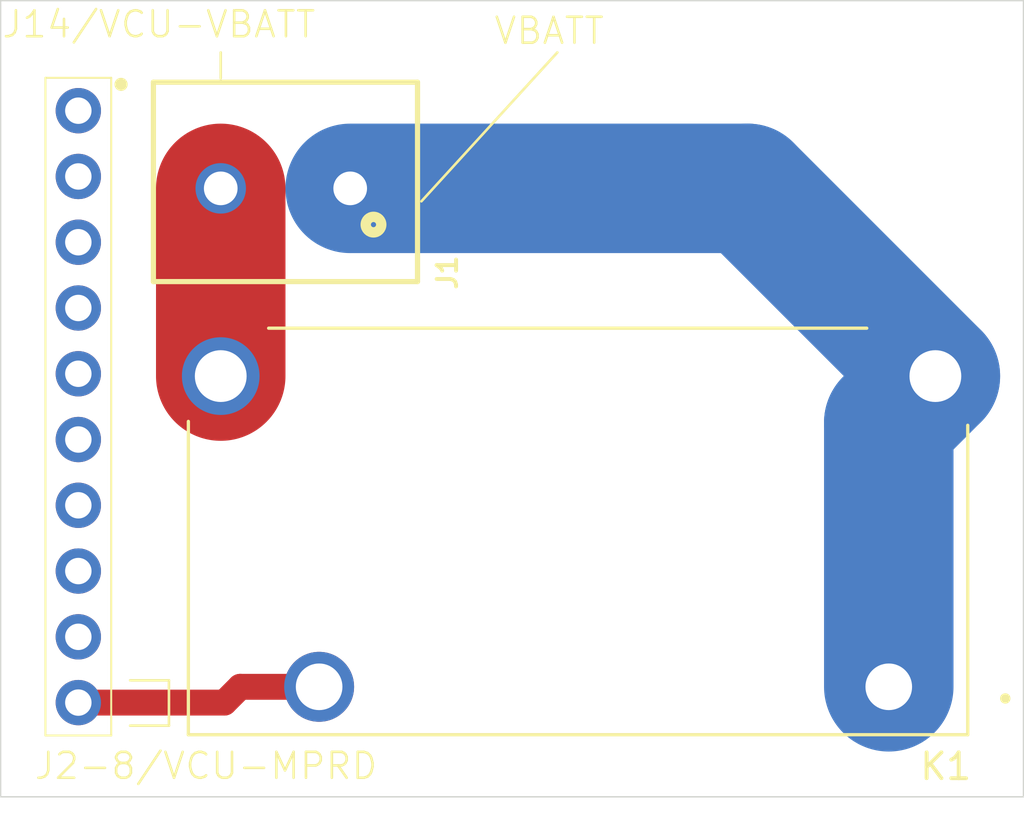
<source format=kicad_pcb>
(kicad_pcb (version 20240108) (generator "pcbnew") (generator_version "8.0")
  (layers (0 "F.Cu" signal) (31 "B.Cu" signal) (34 "B.Paste" user) (35 "F.Paste" user) (36 "B.SilkS" user "B.Silkscreen") (37 "F.SilkS" user "F.Silkscreen") (38 "B.Mask" user) (39 "F.Mask" user) (44 "Edge.Cuts" user))
  (net 0 "")
  (net 1 "/VBATT")
  (net 2 "/VCU VBATT")
  (net 3 "VCU-MPRD")
  (footprint "PH1-10-UA:1X10-2.54MM-THT" (layer "F.Cu") (at 65.5 17.5 -90)
    (property "Reference" "J2" (hide yes))
    (property "Value" "PH1-10-UA" (hide yes))
    (fp_line (start 24.13 1.27) (end -1.27 1.27) (stroke (width 0.0762)) (layer "F.SilkS"))
    (fp_line (start -1.27 -1.27) (end -1.27 1.27) (stroke (width 0.0762)) (layer "F.SilkS"))
    (fp_line (start -1.27 -1.27) (end 24.13 -1.27) (stroke (width 0.0762)) (layer "F.SilkS"))
    (fp_line (start 24.13 -1.27) (end 24.13 1.27) (stroke (width 0.0762)) (layer "F.SilkS"))
    (fp_circle (center -1.016 -1.651) (end -0.762 -1.651) (fill solid) (layer "F.SilkS"))
    (pad "1" thru_hole circle (at 0 0 270) (size 1.75 1.75) (drill 1.02) (layers "*.Cu" "*.Mask"))
    (pad "2" thru_hole circle (at 2.54 0 270) (size 1.75 1.75) (drill 1.02) (layers "*.Cu" "*.Mask"))
    (pad "3" thru_hole circle (at 5.08 0 270) (size 1.75 1.75) (drill 1.02) (layers "*.Cu" "*.Mask"))
    (pad "4" thru_hole circle (at 7.62 0 270) (size 1.75 1.75) (drill 1.02) (layers "*.Cu" "*.Mask"))
    (pad "5" thru_hole circle (at 10.16 0 270) (size 1.75 1.75) (drill 1.02) (layers "*.Cu" "*.Mask"))
    (pad "6" thru_hole circle (at 12.7 0 270) (size 1.75 1.75) (drill 1.02) (layers "*.Cu" "*.Mask"))
    (pad "7" thru_hole circle (at 15.24 0 270) (size 1.75 1.75) (drill 1.02) (layers "*.Cu" "*.Mask"))
    (pad "8" thru_hole circle (at 17.78 0 270) (size 1.75 1.75) (drill 1.02) (layers "*.Cu" "*.Mask"))
    (pad "9" thru_hole circle (at 20.32 0 270) (size 1.75 1.75) (drill 1.02) (layers "*.Cu" "*.Mask"))
    (pad "10" thru_hole circle (at 22.86 0 270) (size 1.75 1.75) (drill 1.02) (layers "*.Cu" "*.Mask") (net 3 "VCU-MPRD"))
  )
  (footprint "ALF1PF12:RELAY_ALF1PF12" (layer "F.Cu") (at 84.8 33.75 180)
    (property "Reference" "K1" (at -14.2 -9.075 360) (layer "F.SilkS"))
    (property "Value" "ALF1PF12")
    (fp_line (start 15.05 -7.85) (end 15.05 4.25) (stroke (width 0.127)) (layer "F.SilkS"))
    (fp_line (start 11.95 7.85) (end -11.15 7.85) (stroke (width 0.127)) (layer "F.SilkS"))
    (fp_line (start -15.05 -7.85) (end 15.05 -7.85) (stroke (width 0.127)) (layer "F.SilkS"))
    (fp_line (start -15.05 -7.85) (end -15.05 4.1) (stroke (width 0.127)) (layer "F.SilkS"))
    (fp_circle (center -16.5 -6.45) (end -16.4 -6.45) (stroke (width 0.2)) (fill none) (layer "F.SilkS"))
    (pad "1" thru_hole rect (at -12 -6 180) (size 2.7 2.7) (drill 1.8) (layers "*.Cu" "*.Mask") (net 1 "/VBATT"))
    (pad "2" thru_hole circle (at 10 -6 180) (size 2.7 2.7) (drill 1.8) (layers "*.Cu" "*.Mask") (net 3 "VCU-MPRD"))
    (pad "3" thru_hole circle (at -13.8 6 180) (size 3 3) (drill 2) (layers "*.Cu" "*.Mask") (net 1 "/VBATT"))
    (pad "4" thru_hole circle (at 13.8 6 180) (size 3 3) (drill 2) (layers "*.Cu" "*.Mask") (net 2 "/VCU VBATT"))
  )
  (footprint "691137710002:691137710002" (layer "F.Cu") (at 73.5 20.5 180)
    (property "Reference" "J1" (at -6.25 -3.25 90) (layer "F.SilkS") (effects (font (size 0.75 0.75))))
    (property "Value" "691137710002")
    (property "VALUE" "691137710002" (hide yes))
    (fp_line (start 5.1 4.1) (end -5.1 4.1) (stroke (width 0.2)) (layer "F.SilkS"))
    (fp_line (start 5.1 -3.6) (end 5.1 4.1) (stroke (width 0.2)) (layer "F.SilkS"))
    (fp_line (start -5.1 4.1) (end -5.1 -3.6) (stroke (width 0.2)) (layer "F.SilkS"))
    (fp_line (start -5.1 -3.6) (end 5.1 -3.6) (stroke (width 0.2)) (layer "F.SilkS"))
    (fp_circle (center -3.4 -1.4) (end -3.3 -1.4) (stroke (width 0.4)) (fill none) (layer "F.SilkS"))
    (pad "1" thru_hole circle (at -2.5 0 180) (size 1.95 1.95) (drill 1.3) (layers "*.Cu" "*.Mask") (net 1 "/VBATT"))
    (pad "2" thru_hole circle (at 2.5 0 180) (size 1.95 1.95) (drill 1.3) (layers "*.Cu" "*.Mask") (net 2 "/VCU VBATT"))
  )
  (gr_line (start 71 15.25) (end 71 16.25) (stroke (width 0.1)) (layer "F.SilkS"))
  (gr_line (start 67.5 39.5) (end 69 39.5) (stroke (width 0.1)) (layer "F.SilkS"))
  (gr_line (start 78.75 21) (end 84 15.25) (stroke (width 0.1)) (layer "F.SilkS"))
  (gr_line (start 69 41.25) (end 67.5 41.25) (stroke (width 0.1)) (layer "F.SilkS"))
  (gr_line (start 69 39.5) (end 69 41.25) (stroke (width 0.1)) (layer "F.SilkS"))
  (gr_rect (start 62.5 13.25) (end 102 44) (stroke (width 0.05)) (fill none) (layer "Edge.Cuts"))
  (gr_text "VBATT\n" (at 81.5 15 0) (layer "F.SilkS") (effects (font (size 1 1) (thickness 0.1)) (justify left bottom)))
  (gr_text "J14/VCU-VBATT\n" (at 62.5 14.75 0) (layer "F.SilkS") (effects (font (size 1 1) (thickness 0.1)) (justify left bottom)))
  (gr_text "J2-8/VCU-MPRD\n\n" (at 63.75 45 0) (layer "F.SilkS") (effects (font (size 1 1) (thickness 0.1)) (justify left bottom)))
  (segment (start 76 20.5) (end 91.35 20.5) (width 5) (layer "B.Cu") (net 1))
  (segment (start 91.35 20.5) (end 98.6 27.75) (width 5) (layer "B.Cu") (net 1))
  (segment (start 96.8 39.75) (end 96.8 29.55) (width 5) (layer "B.Cu") (net 1))
  (segment (start 96.8 29.55) (end 98.6 27.75) (width 5) (layer "B.Cu") (net 1))
  (segment (start 71 20.5) (end 71 27.75) (width 5) (layer "F.Cu") (net 2))
  (segment (start 65.5 40.36) (end 71.14 40.36) (width 1) (layer "F.Cu") (net 3))
  (segment (start 71.14 40.36) (end 71.75 39.75) (width 1) (layer "F.Cu") (net 3))
  (segment (start 71.75 39.75) (end 74.8 39.75) (width 1) (layer "F.Cu") (net 3))
)
</source>
